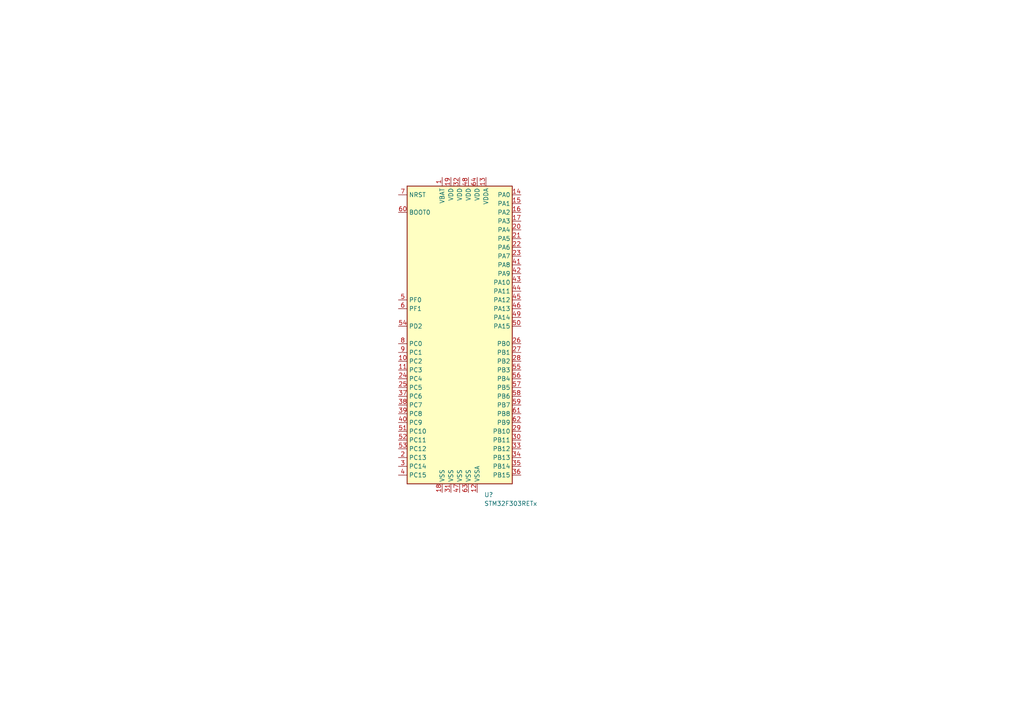
<source format=kicad_sch>
(kicad_sch (version 20211123) (generator eeschema)

  (uuid 74a6e1c7-f5c3-47e2-a894-cf104d2652b2)

  (paper "A4")

  (lib_symbols
    (symbol "MCU_ST_STM32F3:STM32F303RETx" (in_bom yes) (on_board yes)
      (property "Reference" "U" (id 0) (at -15.24 44.45 0)
        (effects (font (size 1.27 1.27)) (justify left))
      )
      (property "Value" "STM32F303RETx" (id 1) (at 10.16 44.45 0)
        (effects (font (size 1.27 1.27)) (justify left))
      )
      (property "Footprint" "Package_QFP:LQFP-64_10x10mm_P0.5mm" (id 2) (at -15.24 -43.18 0)
        (effects (font (size 1.27 1.27)) (justify right) hide)
      )
      (property "Datasheet" "http://www.st.com/st-web-ui/static/active/en/resource/technical/document/datasheet/DM00118585.pdf" (id 3) (at 0 0 0)
        (effects (font (size 1.27 1.27)) hide)
      )
      (property "ki_keywords" "ARM Cortex-M4 STM32F3 STM32F303" (id 4) (at 0 0 0)
        (effects (font (size 1.27 1.27)) hide)
      )
      (property "ki_description" "ARM Cortex-M4 MCU, 512KB flash, 64KB RAM, 72MHz, 2-3.6V, 51 GPIO, LQFP-64" (id 5) (at 0 0 0)
        (effects (font (size 1.27 1.27)) hide)
      )
      (property "ki_fp_filters" "LQFP*10x10mm*P0.5mm*" (id 6) (at 0 0 0)
        (effects (font (size 1.27 1.27)) hide)
      )
      (symbol "STM32F303RETx_0_1"
        (rectangle (start -15.24 -43.18) (end 15.24 43.18)
          (stroke (width 0.254) (type default) (color 0 0 0 0))
          (fill (type background))
        )
      )
      (symbol "STM32F303RETx_1_1"
        (pin power_in line (at -5.08 45.72 270) (length 2.54)
          (name "VBAT" (effects (font (size 1.27 1.27))))
          (number "1" (effects (font (size 1.27 1.27))))
        )
        (pin bidirectional line (at -17.78 -7.62 0) (length 2.54)
          (name "PC2" (effects (font (size 1.27 1.27))))
          (number "10" (effects (font (size 1.27 1.27))))
        )
        (pin bidirectional line (at -17.78 -10.16 0) (length 2.54)
          (name "PC3" (effects (font (size 1.27 1.27))))
          (number "11" (effects (font (size 1.27 1.27))))
        )
        (pin power_in line (at 5.08 -45.72 90) (length 2.54)
          (name "VSSA" (effects (font (size 1.27 1.27))))
          (number "12" (effects (font (size 1.27 1.27))))
        )
        (pin power_in line (at 7.62 45.72 270) (length 2.54)
          (name "VDDA" (effects (font (size 1.27 1.27))))
          (number "13" (effects (font (size 1.27 1.27))))
        )
        (pin bidirectional line (at 17.78 40.64 180) (length 2.54)
          (name "PA0" (effects (font (size 1.27 1.27))))
          (number "14" (effects (font (size 1.27 1.27))))
        )
        (pin bidirectional line (at 17.78 38.1 180) (length 2.54)
          (name "PA1" (effects (font (size 1.27 1.27))))
          (number "15" (effects (font (size 1.27 1.27))))
        )
        (pin bidirectional line (at 17.78 35.56 180) (length 2.54)
          (name "PA2" (effects (font (size 1.27 1.27))))
          (number "16" (effects (font (size 1.27 1.27))))
        )
        (pin bidirectional line (at 17.78 33.02 180) (length 2.54)
          (name "PA3" (effects (font (size 1.27 1.27))))
          (number "17" (effects (font (size 1.27 1.27))))
        )
        (pin power_in line (at -5.08 -45.72 90) (length 2.54)
          (name "VSS" (effects (font (size 1.27 1.27))))
          (number "18" (effects (font (size 1.27 1.27))))
        )
        (pin power_in line (at -2.54 45.72 270) (length 2.54)
          (name "VDD" (effects (font (size 1.27 1.27))))
          (number "19" (effects (font (size 1.27 1.27))))
        )
        (pin bidirectional line (at -17.78 -35.56 0) (length 2.54)
          (name "PC13" (effects (font (size 1.27 1.27))))
          (number "2" (effects (font (size 1.27 1.27))))
        )
        (pin bidirectional line (at 17.78 30.48 180) (length 2.54)
          (name "PA4" (effects (font (size 1.27 1.27))))
          (number "20" (effects (font (size 1.27 1.27))))
        )
        (pin bidirectional line (at 17.78 27.94 180) (length 2.54)
          (name "PA5" (effects (font (size 1.27 1.27))))
          (number "21" (effects (font (size 1.27 1.27))))
        )
        (pin bidirectional line (at 17.78 25.4 180) (length 2.54)
          (name "PA6" (effects (font (size 1.27 1.27))))
          (number "22" (effects (font (size 1.27 1.27))))
        )
        (pin bidirectional line (at 17.78 22.86 180) (length 2.54)
          (name "PA7" (effects (font (size 1.27 1.27))))
          (number "23" (effects (font (size 1.27 1.27))))
        )
        (pin bidirectional line (at -17.78 -12.7 0) (length 2.54)
          (name "PC4" (effects (font (size 1.27 1.27))))
          (number "24" (effects (font (size 1.27 1.27))))
        )
        (pin bidirectional line (at -17.78 -15.24 0) (length 2.54)
          (name "PC5" (effects (font (size 1.27 1.27))))
          (number "25" (effects (font (size 1.27 1.27))))
        )
        (pin bidirectional line (at 17.78 -2.54 180) (length 2.54)
          (name "PB0" (effects (font (size 1.27 1.27))))
          (number "26" (effects (font (size 1.27 1.27))))
        )
        (pin bidirectional line (at 17.78 -5.08 180) (length 2.54)
          (name "PB1" (effects (font (size 1.27 1.27))))
          (number "27" (effects (font (size 1.27 1.27))))
        )
        (pin bidirectional line (at 17.78 -7.62 180) (length 2.54)
          (name "PB2" (effects (font (size 1.27 1.27))))
          (number "28" (effects (font (size 1.27 1.27))))
        )
        (pin bidirectional line (at 17.78 -27.94 180) (length 2.54)
          (name "PB10" (effects (font (size 1.27 1.27))))
          (number "29" (effects (font (size 1.27 1.27))))
        )
        (pin bidirectional line (at -17.78 -38.1 0) (length 2.54)
          (name "PC14" (effects (font (size 1.27 1.27))))
          (number "3" (effects (font (size 1.27 1.27))))
        )
        (pin bidirectional line (at 17.78 -30.48 180) (length 2.54)
          (name "PB11" (effects (font (size 1.27 1.27))))
          (number "30" (effects (font (size 1.27 1.27))))
        )
        (pin power_in line (at -2.54 -45.72 90) (length 2.54)
          (name "VSS" (effects (font (size 1.27 1.27))))
          (number "31" (effects (font (size 1.27 1.27))))
        )
        (pin power_in line (at 0 45.72 270) (length 2.54)
          (name "VDD" (effects (font (size 1.27 1.27))))
          (number "32" (effects (font (size 1.27 1.27))))
        )
        (pin bidirectional line (at 17.78 -33.02 180) (length 2.54)
          (name "PB12" (effects (font (size 1.27 1.27))))
          (number "33" (effects (font (size 1.27 1.27))))
        )
        (pin bidirectional line (at 17.78 -35.56 180) (length 2.54)
          (name "PB13" (effects (font (size 1.27 1.27))))
          (number "34" (effects (font (size 1.27 1.27))))
        )
        (pin bidirectional line (at 17.78 -38.1 180) (length 2.54)
          (name "PB14" (effects (font (size 1.27 1.27))))
          (number "35" (effects (font (size 1.27 1.27))))
        )
        (pin bidirectional line (at 17.78 -40.64 180) (length 2.54)
          (name "PB15" (effects (font (size 1.27 1.27))))
          (number "36" (effects (font (size 1.27 1.27))))
        )
        (pin bidirectional line (at -17.78 -17.78 0) (length 2.54)
          (name "PC6" (effects (font (size 1.27 1.27))))
          (number "37" (effects (font (size 1.27 1.27))))
        )
        (pin bidirectional line (at -17.78 -20.32 0) (length 2.54)
          (name "PC7" (effects (font (size 1.27 1.27))))
          (number "38" (effects (font (size 1.27 1.27))))
        )
        (pin bidirectional line (at -17.78 -22.86 0) (length 2.54)
          (name "PC8" (effects (font (size 1.27 1.27))))
          (number "39" (effects (font (size 1.27 1.27))))
        )
        (pin bidirectional line (at -17.78 -40.64 0) (length 2.54)
          (name "PC15" (effects (font (size 1.27 1.27))))
          (number "4" (effects (font (size 1.27 1.27))))
        )
        (pin bidirectional line (at -17.78 -25.4 0) (length 2.54)
          (name "PC9" (effects (font (size 1.27 1.27))))
          (number "40" (effects (font (size 1.27 1.27))))
        )
        (pin bidirectional line (at 17.78 20.32 180) (length 2.54)
          (name "PA8" (effects (font (size 1.27 1.27))))
          (number "41" (effects (font (size 1.27 1.27))))
        )
        (pin bidirectional line (at 17.78 17.78 180) (length 2.54)
          (name "PA9" (effects (font (size 1.27 1.27))))
          (number "42" (effects (font (size 1.27 1.27))))
        )
        (pin bidirectional line (at 17.78 15.24 180) (length 2.54)
          (name "PA10" (effects (font (size 1.27 1.27))))
          (number "43" (effects (font (size 1.27 1.27))))
        )
        (pin bidirectional line (at 17.78 12.7 180) (length 2.54)
          (name "PA11" (effects (font (size 1.27 1.27))))
          (number "44" (effects (font (size 1.27 1.27))))
        )
        (pin bidirectional line (at 17.78 10.16 180) (length 2.54)
          (name "PA12" (effects (font (size 1.27 1.27))))
          (number "45" (effects (font (size 1.27 1.27))))
        )
        (pin bidirectional line (at 17.78 7.62 180) (length 2.54)
          (name "PA13" (effects (font (size 1.27 1.27))))
          (number "46" (effects (font (size 1.27 1.27))))
        )
        (pin power_in line (at 0 -45.72 90) (length 2.54)
          (name "VSS" (effects (font (size 1.27 1.27))))
          (number "47" (effects (font (size 1.27 1.27))))
        )
        (pin power_in line (at 2.54 45.72 270) (length 2.54)
          (name "VDD" (effects (font (size 1.27 1.27))))
          (number "48" (effects (font (size 1.27 1.27))))
        )
        (pin bidirectional line (at 17.78 5.08 180) (length 2.54)
          (name "PA14" (effects (font (size 1.27 1.27))))
          (number "49" (effects (font (size 1.27 1.27))))
        )
        (pin input line (at -17.78 10.16 0) (length 2.54)
          (name "PF0" (effects (font (size 1.27 1.27))))
          (number "5" (effects (font (size 1.27 1.27))))
        )
        (pin bidirectional line (at 17.78 2.54 180) (length 2.54)
          (name "PA15" (effects (font (size 1.27 1.27))))
          (number "50" (effects (font (size 1.27 1.27))))
        )
        (pin bidirectional line (at -17.78 -27.94 0) (length 2.54)
          (name "PC10" (effects (font (size 1.27 1.27))))
          (number "51" (effects (font (size 1.27 1.27))))
        )
        (pin bidirectional line (at -17.78 -30.48 0) (length 2.54)
          (name "PC11" (effects (font (size 1.27 1.27))))
          (number "52" (effects (font (size 1.27 1.27))))
        )
        (pin bidirectional line (at -17.78 -33.02 0) (length 2.54)
          (name "PC12" (effects (font (size 1.27 1.27))))
          (number "53" (effects (font (size 1.27 1.27))))
        )
        (pin bidirectional line (at -17.78 2.54 0) (length 2.54)
          (name "PD2" (effects (font (size 1.27 1.27))))
          (number "54" (effects (font (size 1.27 1.27))))
        )
        (pin bidirectional line (at 17.78 -10.16 180) (length 2.54)
          (name "PB3" (effects (font (size 1.27 1.27))))
          (number "55" (effects (font (size 1.27 1.27))))
        )
        (pin bidirectional line (at 17.78 -12.7 180) (length 2.54)
          (name "PB4" (effects (font (size 1.27 1.27))))
          (number "56" (effects (font (size 1.27 1.27))))
        )
        (pin bidirectional line (at 17.78 -15.24 180) (length 2.54)
          (name "PB5" (effects (font (size 1.27 1.27))))
          (number "57" (effects (font (size 1.27 1.27))))
        )
        (pin bidirectional line (at 17.78 -17.78 180) (length 2.54)
          (name "PB6" (effects (font (size 1.27 1.27))))
          (number "58" (effects (font (size 1.27 1.27))))
        )
        (pin bidirectional line (at 17.78 -20.32 180) (length 2.54)
          (name "PB7" (effects (font (size 1.27 1.27))))
          (number "59" (effects (font (size 1.27 1.27))))
        )
        (pin input line (at -17.78 7.62 0) (length 2.54)
          (name "PF1" (effects (font (size 1.27 1.27))))
          (number "6" (effects (font (size 1.27 1.27))))
        )
        (pin input line (at -17.78 35.56 0) (length 2.54)
          (name "BOOT0" (effects (font (size 1.27 1.27))))
          (number "60" (effects (font (size 1.27 1.27))))
        )
        (pin bidirectional line (at 17.78 -22.86 180) (length 2.54)
          (name "PB8" (effects (font (size 1.27 1.27))))
          (number "61" (effects (font (size 1.27 1.27))))
        )
        (pin bidirectional line (at 17.78 -25.4 180) (length 2.54)
          (name "PB9" (effects (font (size 1.27 1.27))))
          (number "62" (effects (font (size 1.27 1.27))))
        )
        (pin power_in line (at 2.54 -45.72 90) (length 2.54)
          (name "VSS" (effects (font (size 1.27 1.27))))
          (number "63" (effects (font (size 1.27 1.27))))
        )
        (pin power_in line (at 5.08 45.72 270) (length 2.54)
          (name "VDD" (effects (font (size 1.27 1.27))))
          (number "64" (effects (font (size 1.27 1.27))))
        )
        (pin input line (at -17.78 40.64 0) (length 2.54)
          (name "NRST" (effects (font (size 1.27 1.27))))
          (number "7" (effects (font (size 1.27 1.27))))
        )
        (pin bidirectional line (at -17.78 -2.54 0) (length 2.54)
          (name "PC0" (effects (font (size 1.27 1.27))))
          (number "8" (effects (font (size 1.27 1.27))))
        )
        (pin bidirectional line (at -17.78 -5.08 0) (length 2.54)
          (name "PC1" (effects (font (size 1.27 1.27))))
          (number "9" (effects (font (size 1.27 1.27))))
        )
      )
    )
  )


  (symbol (lib_id "MCU_ST_STM32F3:STM32F303RETx") (at 133.3246 97.155 0) (unit 1)
    (in_bom yes) (on_board yes) (fields_autoplaced)
    (uuid 2c645ebd-6fb5-4759-9de9-3ab7894e0d51)
    (property "Reference" "U?" (id 0) (at 140.424 143.51 0)
      (effects (font (size 1.27 1.27)) (justify left))
    )
    (property "Value" "STM32F303RETx" (id 1) (at 140.424 146.05 0)
      (effects (font (size 1.27 1.27)) (justify left))
    )
    (property "Footprint" "Package_QFP:LQFP-64_10x10mm_P0.5mm" (id 2) (at 118.0846 140.335 0)
      (effects (font (size 1.27 1.27)) (justify right) hide)
    )
    (property "Datasheet" "http://www.st.com/st-web-ui/static/active/en/resource/technical/document/datasheet/DM00118585.pdf" (id 3) (at 133.3246 97.155 0)
      (effects (font (size 1.27 1.27)) hide)
    )
    (pin "1" (uuid acb00c90-f833-4d2f-b2f0-42677dc5afa5))
    (pin "10" (uuid 108023aa-9d49-4331-9081-ba996e570bde))
    (pin "11" (uuid 01f13a5b-8302-450a-93e7-ce8f94ba78bf))
    (pin "12" (uuid ad883362-db05-4318-ae4b-d4f52c76f901))
    (pin "13" (uuid ca32a4a3-492a-4284-80cc-e8aab19cc302))
    (pin "14" (uuid 0019fbb7-3403-4b8e-b769-101039ea4809))
    (pin "15" (uuid 90b0d528-8541-4cbc-b057-71fdd1b0b8f2))
    (pin "16" (uuid 347f0426-ff47-412c-9b7e-b8cf66b26b2c))
    (pin "17" (uuid 7f2490d0-107b-42d7-9fff-64f200a87b8e))
    (pin "18" (uuid 430d14a2-3d67-4b93-8d6d-28972b347047))
    (pin "19" (uuid 4d018f8a-0d89-4611-8e1e-6ec0b69313aa))
    (pin "2" (uuid 9a2fb4b4-1979-4c7f-a336-94f0e647cd43))
    (pin "20" (uuid e286cabe-1d27-4090-b27a-329eaadb822c))
    (pin "21" (uuid 0b8f4d3b-e93a-4c8d-a25f-d451c6835458))
    (pin "22" (uuid 70f9eb32-9fdf-4dc3-a771-e75d929e6b6c))
    (pin "23" (uuid 03601cbe-2f91-4567-b6f7-d8b4e9e1791f))
    (pin "24" (uuid 262e8725-58fc-4999-9ece-da8ab87dde6a))
    (pin "25" (uuid a6e2c629-f350-4ca4-a93e-5f8c5efb15bb))
    (pin "26" (uuid d89e8327-786c-41b9-9e06-222434f28aaf))
    (pin "27" (uuid f133348e-dddf-4a2f-8fa7-b8be177324b2))
    (pin "28" (uuid 36edcd0d-1a21-40df-8d9f-50d3637cb152))
    (pin "29" (uuid f64798d6-21ec-4e81-bf98-bc5ceaefb898))
    (pin "3" (uuid db847779-c1a3-4850-8b4a-090781fc3468))
    (pin "30" (uuid 5d5cbed1-7d2e-47b1-b13d-f76a2ed8d8dd))
    (pin "31" (uuid 7d575e40-5785-4bb5-b06e-69d81c12f6a6))
    (pin "32" (uuid 81842876-b280-4fb5-9851-80e663fe03b0))
    (pin "33" (uuid 7ec768b8-0adc-4ba6-81ca-708c36a3243b))
    (pin "34" (uuid af4c06c7-4d2e-4e06-997a-d49bbb453b21))
    (pin "35" (uuid 0cfe670f-d8fd-431e-aa99-26a952bd02b5))
    (pin "36" (uuid 6b50e98e-7c54-4b81-b731-dbd0ea4ed42e))
    (pin "37" (uuid 5012d092-2800-402f-bbe8-80b2a6839249))
    (pin "38" (uuid 2726b168-298a-40d0-9251-a0769ff40567))
    (pin "39" (uuid 0bd311a5-b97c-4bda-825c-e505313db499))
    (pin "4" (uuid 52df4f37-e0fd-405e-b1ed-bf5a94594b7f))
    (pin "40" (uuid e20155b0-1fd9-4613-a3a7-3aa02a1e4aa3))
    (pin "41" (uuid 4fa6b321-a090-4067-bed4-2cfff9d9d385))
    (pin "42" (uuid aee51098-a708-41ae-9761-1a8b7d31c808))
    (pin "43" (uuid 83a16cbf-f341-44cc-88c8-e5d599389351))
    (pin "44" (uuid 5c59a2a2-0b30-4be8-a22a-c1bfaadc871d))
    (pin "45" (uuid b70bc322-c237-4632-84fe-600723002597))
    (pin "46" (uuid cf66277c-397d-4fac-91c2-4a8fe883c96b))
    (pin "47" (uuid 3ce55545-8f32-48f3-af3a-e8cb75d69e2c))
    (pin "48" (uuid fb2f1f91-87b1-4e11-8a51-1aa5b3d97904))
    (pin "49" (uuid 28c79cc0-1e2a-471e-bbcc-25fd58c8b655))
    (pin "5" (uuid c3dca55d-9fb5-4165-94d0-8ce02d137cc3))
    (pin "50" (uuid 5d86b5e6-35b0-4b44-a512-7206a5c8726f))
    (pin "51" (uuid 85a998df-15d6-4a83-a97e-0edb68a0e0aa))
    (pin "52" (uuid 3c3df266-3714-4b4e-adb8-a0729ca95e58))
    (pin "53" (uuid 8f0deee5-cea2-4b14-b7af-8da70e2e91c3))
    (pin "54" (uuid 140021de-ac31-4cbf-9cba-8516add33c19))
    (pin "55" (uuid 313f0961-12cf-4aca-80ce-172047e286d7))
    (pin "56" (uuid bbefdde2-951f-42e8-8725-6b990d613d55))
    (pin "57" (uuid 216fc96d-80a1-4586-8acd-e8b1c0c09703))
    (pin "58" (uuid 05d0974b-1900-4a2a-be11-0763ae33d07b))
    (pin "59" (uuid e1efdf7f-f571-49db-9ff0-54159097776d))
    (pin "6" (uuid fca7659c-43c9-4f15-aec1-96f49fd04546))
    (pin "60" (uuid bce80d47-7330-4664-b2d2-17affa10b73d))
    (pin "61" (uuid 977fec1f-3eca-4e87-880e-2f3418a977c8))
    (pin "62" (uuid c4ae5306-d071-42cd-82ba-3d622b5e8f13))
    (pin "63" (uuid 86b6a446-0a71-4762-b33d-a364f432b7ac))
    (pin "64" (uuid c1d238af-52b0-4b0d-92cc-b530bf7c3f03))
    (pin "7" (uuid a8cabc53-1f00-486a-a698-3806e972656c))
    (pin "8" (uuid f65dc5c9-1714-44a8-b347-bce413642544))
    (pin "9" (uuid 09288493-138a-4579-8e5f-6343ba0cabec))
  )
)

</source>
